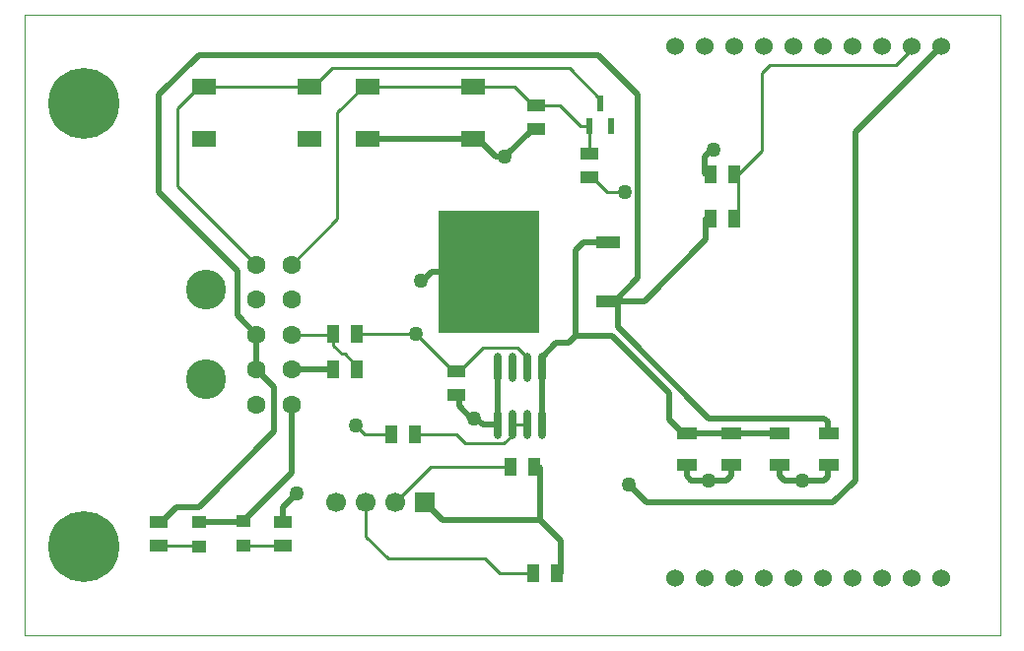
<source format=gtl>
G04*
G04 #@! TF.GenerationSoftware,Altium Limited,Altium Designer,20.1.14 (287)*
G04*
G04 Layer_Physical_Order=1*
G04 Layer_Color=255*
%FSLAX24Y24*%
%MOIN*%
G70*
G04*
G04 #@! TF.SameCoordinates,D6E4073E-51EB-4615-8C26-FB07B3563A97*
G04*
G04*
G04 #@! TF.FilePolarity,Positive*
G04*
G01*
G75*
%ADD12C,0.0100*%
%ADD15C,0.0000*%
%ADD32R,0.0669X0.0433*%
%ADD33R,0.0400X0.0600*%
%ADD34R,0.0600X0.0400*%
%ADD35R,0.0472X0.0433*%
%ADD36R,0.0827X0.0551*%
%ADD37O,0.0276X0.0984*%
%ADD38R,0.0236X0.0551*%
%ADD39R,0.3386X0.4173*%
%ADD40R,0.0827X0.0394*%
%ADD41C,0.0200*%
%ADD42C,0.1350*%
%ADD43C,0.2400*%
%ADD44C,0.0630*%
%ADD45C,0.0600*%
%ADD46C,0.0669*%
%ADD47R,0.0669X0.0669*%
%ADD48C,0.0500*%
D12*
X24200Y28100D02*
X24500Y27800D01*
X25400D01*
X29500Y27781D02*
Y28135D01*
X29212Y27493D02*
X29500Y27781D01*
X27911Y27493D02*
X29212D01*
X27604Y27800D02*
X27911Y27493D01*
X26200Y27800D02*
X27604D01*
X29500Y28135D02*
X30000D01*
X24250Y31200D02*
X26250D01*
X18189Y36204D02*
X20850Y33543D01*
X18189Y38850D02*
X18921Y39582D01*
X18189Y36204D02*
Y38850D01*
X19059Y39582D02*
X22641D01*
X18921D02*
X19059D01*
X22641D02*
X22779D01*
X22031Y33543D02*
X23589Y35101D01*
Y38700D01*
X24471Y39582D02*
X24609D01*
X23589Y38700D02*
X24471Y39582D01*
X32700Y36000D02*
X33300D01*
X32100Y36500D02*
X32200D01*
X32700Y36000D01*
X32476Y38998D02*
Y39156D01*
X31432Y40200D02*
X32476Y39156D01*
X23397Y40200D02*
X31432D01*
X22779Y39582D02*
X23397Y40200D01*
X30300Y38950D02*
X31100D01*
X31800Y38250D01*
X32102D01*
Y37302D02*
Y38250D01*
X32100Y37300D02*
X32102Y37302D01*
X28191Y39582D02*
X29568D01*
X30200Y38950D01*
X30300D01*
X24609Y39582D02*
X28191D01*
X26250Y31200D02*
X27500Y29950D01*
X27600D01*
X27700D01*
X28500Y30750D01*
X29669D01*
X30000Y30065D02*
Y30419D01*
X29669Y30750D02*
X30000Y30419D01*
X23431Y31181D02*
X23450Y31200D01*
X22031Y31181D02*
X23431D01*
X24250Y30000D02*
Y30100D01*
X23825Y30525D02*
X24250Y30100D01*
X23725Y30525D02*
X23825D01*
X23450Y30800D02*
X23725Y30525D01*
X23450Y30800D02*
Y31200D01*
X20400Y24037D02*
X21737D01*
X21750Y24050D01*
X17550D02*
X18850D01*
X18900Y24000D01*
X25550Y25500D02*
X26750Y26700D01*
X29300D01*
X25300Y23600D02*
X28583D01*
X29083Y23100D02*
X30050D01*
X28583Y23600D02*
X29083Y23100D01*
X24550Y24350D02*
X25300Y23600D01*
X24550Y24350D02*
Y25500D01*
X30050Y23081D02*
Y23100D01*
X42491Y40300D02*
X43050Y40859D01*
X38200Y40300D02*
X42491D01*
X37950Y40050D02*
X38200Y40300D01*
X37950Y37400D02*
Y40050D01*
X37150Y36600D02*
X37950Y37400D01*
X43050Y40859D02*
Y40950D01*
X37150Y35400D02*
Y36600D01*
D15*
X13000Y21000D02*
Y42000D01*
Y21000D02*
X46000D01*
Y42000D01*
X13000D02*
X46000D01*
X13000Y21000D02*
Y42000D01*
Y21000D02*
X46000D01*
Y42000D01*
X13000D02*
X46000D01*
D32*
X35400Y26769D02*
D03*
Y27831D02*
D03*
X36900D02*
D03*
Y26769D02*
D03*
X38550D02*
D03*
Y27831D02*
D03*
X40200D02*
D03*
Y26769D02*
D03*
D33*
X23450Y30000D02*
D03*
X24250D02*
D03*
X26200Y27800D02*
D03*
X25400D02*
D03*
X24250Y31200D02*
D03*
X23450D02*
D03*
X30250Y26700D02*
D03*
X29450D02*
D03*
X31000Y23100D02*
D03*
X30200D02*
D03*
X36200Y36600D02*
D03*
X37000D02*
D03*
Y35100D02*
D03*
X36200D02*
D03*
D34*
X21750Y24050D02*
D03*
Y24850D02*
D03*
X17550Y24050D02*
D03*
Y24850D02*
D03*
X32100Y36500D02*
D03*
Y37300D02*
D03*
X30300Y38150D02*
D03*
Y38950D02*
D03*
X27600Y29150D02*
D03*
Y29950D02*
D03*
D35*
X20400Y24037D02*
D03*
Y24863D02*
D03*
X18900Y24000D02*
D03*
Y24827D02*
D03*
D36*
X22641Y39582D02*
D03*
Y37818D02*
D03*
X19059D02*
D03*
Y39582D02*
D03*
X28191D02*
D03*
Y37818D02*
D03*
X24609D02*
D03*
Y39582D02*
D03*
D37*
X29000Y28135D02*
D03*
X29500D02*
D03*
X30000D02*
D03*
X30500D02*
D03*
X29000Y30065D02*
D03*
X29500D02*
D03*
X30000D02*
D03*
X30500D02*
D03*
D38*
X32102Y38250D02*
D03*
X32850D02*
D03*
X32476Y38998D02*
D03*
D39*
X28713Y33309D02*
D03*
D40*
X32748Y34309D02*
D03*
Y32309D02*
D03*
D41*
X20200Y31831D02*
X20850Y31181D01*
X17550Y36000D02*
X20200Y33350D01*
Y31831D02*
Y33350D01*
X33062Y32309D02*
X33959D01*
X32965D02*
X33062D01*
X20400Y24863D02*
X20420D01*
X20536Y24980D01*
Y25000D01*
X22031Y26494D01*
Y28819D01*
X18900Y24827D02*
X18918Y24845D01*
X20382D01*
X20400Y24863D01*
X27600Y29150D02*
X27602D01*
X27702Y29050D01*
Y28767D02*
Y29050D01*
Y28767D02*
X28119Y28350D01*
X28281D01*
X28496Y28135D02*
X29000D01*
X28281Y28350D02*
X28496Y28135D01*
X36000Y37200D02*
X36243Y37443D01*
X36318D01*
X17550Y36000D02*
Y39300D01*
X18900Y40650D01*
X32400D01*
X33750Y39300D01*
Y33094D02*
Y39300D01*
X32748Y32309D02*
X32965D01*
X33750Y33094D01*
X38700Y26250D02*
X39300D01*
X30200Y38150D02*
X30300D01*
X29250Y37200D02*
X30200Y38150D01*
X28947Y37200D02*
X29250D01*
X28329Y37818D02*
X28947Y37200D01*
X28191Y37818D02*
X28329D01*
X24609D02*
X28191D01*
X18150Y25350D02*
X18900D01*
X21450Y27900D01*
X17650Y24850D02*
X18150Y25350D01*
X17550Y24850D02*
X17650D01*
X21750D02*
Y25350D01*
X22200Y25800D01*
X33450Y26100D02*
X34050Y25500D01*
X40350D01*
X35550Y26250D02*
X36150D01*
X40350Y25500D02*
X41100Y26250D01*
Y38050D01*
X44000Y40950D01*
X38550Y26400D02*
X38700Y26250D01*
X38550Y26400D02*
Y26769D01*
X40167Y26736D02*
X40200Y26769D01*
X40167Y26367D02*
Y26736D01*
X40050Y26250D02*
X40167Y26367D01*
X39300Y26250D02*
X40050D01*
X36150D02*
X36750D01*
X36900Y26400D01*
Y26769D01*
X35400Y26400D02*
X35550Y26250D01*
X22031Y30000D02*
X23450D01*
X20850D02*
Y31181D01*
Y30000D02*
X21450Y29400D01*
Y27900D02*
Y29400D01*
X35400Y26400D02*
Y26769D01*
X26400Y33000D02*
X26481D01*
X26781Y33300D02*
X28704D01*
X26481Y33000D02*
X26781Y33300D01*
X31150Y23100D02*
Y24200D01*
X30450Y24900D02*
X31150Y24200D01*
X30450Y24900D02*
Y26650D01*
X27150Y24900D02*
X30450D01*
X26550Y25500D02*
X27150Y24900D01*
X30400Y26700D02*
X30450Y26650D01*
X36000Y36650D02*
Y37200D01*
Y36650D02*
X36050Y36600D01*
X29000Y28135D02*
Y30065D01*
X33959Y32309D02*
X36050Y34400D01*
Y35100D01*
X40050Y28350D02*
X40167Y28233D01*
Y27864D02*
Y28233D01*
Y27864D02*
X40200Y27831D01*
X36150Y28350D02*
X40050D01*
X33062Y31438D02*
X36150Y28350D01*
X33062Y31438D02*
Y32212D01*
X32965Y32309D02*
X33062Y32212D01*
X32871Y31125D02*
X34800Y29196D01*
X31625Y31125D02*
X32871D01*
X34800Y28313D02*
Y29196D01*
Y28313D02*
X35282Y27831D01*
X36900D02*
X38550D01*
X35400D02*
X36900D01*
X35282D02*
X35400D01*
X31625Y31125D02*
X31650Y31150D01*
X31400Y30900D02*
X31625Y31125D01*
X30981Y30900D02*
X31400D01*
X30500Y30419D02*
X30981Y30900D01*
X30500Y30065D02*
Y30419D01*
X31650Y31150D02*
Y34050D01*
X31909Y34309D01*
X32748D01*
X30500Y28135D02*
Y30065D01*
D42*
X19149Y32697D02*
D03*
Y29665D02*
D03*
D43*
X15000Y24000D02*
D03*
Y39000D02*
D03*
D44*
X20850Y28819D02*
D03*
Y30000D02*
D03*
Y31181D02*
D03*
Y32362D02*
D03*
Y33543D02*
D03*
X22031Y28819D02*
D03*
Y30000D02*
D03*
Y31181D02*
D03*
Y32362D02*
D03*
Y33543D02*
D03*
D45*
X44000Y40950D02*
D03*
X43000D02*
D03*
X42000D02*
D03*
X41000D02*
D03*
X40000D02*
D03*
X39000D02*
D03*
X38000D02*
D03*
X37000D02*
D03*
X36000D02*
D03*
X35000D02*
D03*
Y22950D02*
D03*
X36000D02*
D03*
X37000D02*
D03*
X38000D02*
D03*
X39000D02*
D03*
X40000D02*
D03*
X41000D02*
D03*
X42000D02*
D03*
X43000D02*
D03*
X44000D02*
D03*
D46*
X23550Y25500D02*
D03*
X24550D02*
D03*
X25550D02*
D03*
D47*
X26550D02*
D03*
D48*
X24200Y28100D02*
D03*
X36318Y37443D02*
D03*
X26250Y31200D02*
D03*
X39300Y26250D02*
D03*
X33300Y36000D02*
D03*
X29250Y37200D02*
D03*
X22200Y25800D02*
D03*
X33450Y26100D02*
D03*
X36150Y26250D02*
D03*
X26400Y33000D02*
D03*
X28200Y28350D02*
D03*
M02*

</source>
